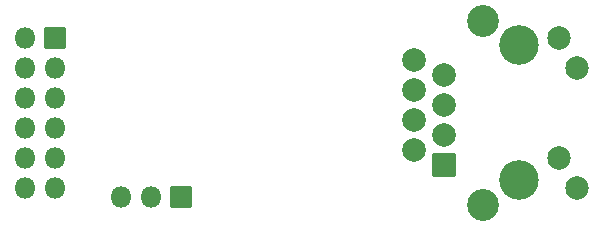
<source format=gbr>
G04 #@! TF.GenerationSoftware,KiCad,Pcbnew,6.0.4-6f826c9f35~116~ubuntu20.04.1*
G04 #@! TF.CreationDate,2022-05-16T14:00:24-07:00*
G04 #@! TF.ProjectId,ethernet-pmod,65746865-726e-4657-942d-706d6f642e6b,1.0*
G04 #@! TF.SameCoordinates,Original*
G04 #@! TF.FileFunction,Soldermask,Bot*
G04 #@! TF.FilePolarity,Negative*
%FSLAX46Y46*%
G04 Gerber Fmt 4.6, Leading zero omitted, Abs format (unit mm)*
G04 Created by KiCad (PCBNEW 6.0.4-6f826c9f35~116~ubuntu20.04.1) date 2022-05-16 14:00:24*
%MOMM*%
%LPD*%
G01*
G04 APERTURE LIST*
G04 Aperture macros list*
%AMRoundRect*
0 Rectangle with rounded corners*
0 $1 Rounding radius*
0 $2 $3 $4 $5 $6 $7 $8 $9 X,Y pos of 4 corners*
0 Add a 4 corners polygon primitive as box body*
4,1,4,$2,$3,$4,$5,$6,$7,$8,$9,$2,$3,0*
0 Add four circle primitives for the rounded corners*
1,1,$1+$1,$2,$3*
1,1,$1+$1,$4,$5*
1,1,$1+$1,$6,$7*
1,1,$1+$1,$8,$9*
0 Add four rect primitives between the rounded corners*
20,1,$1+$1,$2,$3,$4,$5,0*
20,1,$1+$1,$4,$5,$6,$7,0*
20,1,$1+$1,$6,$7,$8,$9,0*
20,1,$1+$1,$8,$9,$2,$3,0*%
G04 Aperture macros list end*
%ADD10RoundRect,0.051000X-0.850000X-0.850000X0.850000X-0.850000X0.850000X0.850000X-0.850000X0.850000X0*%
%ADD11O,1.802000X1.802000*%
%ADD12C,2.002000*%
%ADD13RoundRect,0.051000X0.950000X-0.950000X0.950000X0.950000X-0.950000X0.950000X-0.950000X-0.950000X0*%
%ADD14C,1.992000*%
%ADD15C,2.702000*%
%ADD16C,3.352000*%
%ADD17RoundRect,0.051000X-0.850000X0.850000X-0.850000X-0.850000X0.850000X-0.850000X0.850000X0.850000X0*%
G04 APERTURE END LIST*
D10*
X55308500Y-57150000D03*
D11*
X55308500Y-59690000D03*
X55308500Y-62230000D03*
X55308500Y-64770000D03*
X55308500Y-67310000D03*
X55308500Y-69850000D03*
X52768500Y-57150000D03*
X52768500Y-59690000D03*
X52768500Y-62230000D03*
X52768500Y-64770000D03*
X52768500Y-67310000D03*
X52768500Y-69850000D03*
D12*
X85725000Y-59055000D03*
X88265000Y-60325000D03*
X85725000Y-61595000D03*
X88265000Y-62865000D03*
X85725000Y-64135000D03*
X88265000Y-65405000D03*
X85725000Y-66675000D03*
D13*
X88265000Y-67945000D03*
D14*
X99505000Y-69825000D03*
X97985000Y-67285000D03*
X99505000Y-59715000D03*
X97985000Y-57175000D03*
D15*
X91555000Y-55725000D03*
X91555000Y-71275000D03*
D16*
X94605000Y-69215000D03*
X94605000Y-57785000D03*
D17*
X65940000Y-70600000D03*
D11*
X63400000Y-70600000D03*
X60860000Y-70600000D03*
M02*

</source>
